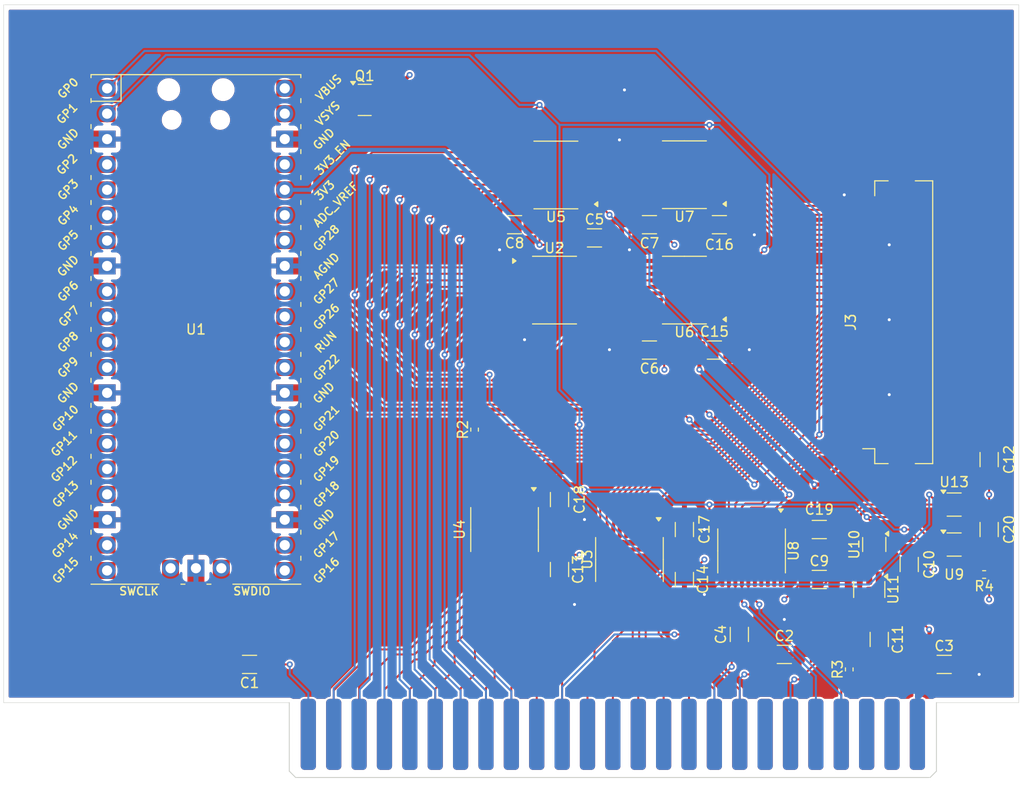
<source format=kicad_pcb>
(kicad_pcb (version 20240108) (generator "pcbnew") (generator_version "8.0")
  (layers (0 "F.Cu" signal) (1 "In1.Cu" signal) (2 "In2.Cu" signal) (31 "B.Cu" signal) (34 "B.Paste" user) (35 "F.Paste" user) (36 "B.SilkS" user "B.Silkscreen") (37 "F.SilkS" user "F.Silkscreen") (38 "B.Mask" user) (39 "F.Mask" user) (44 "Edge.Cuts" user))
  (net 0 "")
  (net 1 "+12V")
  (net 2 "GND")
  (net 3 "-12V")
  (net 4 "+5V")
  (net 5 "-5V")
  (net 6 "+1V8")
  (net 7 "/BUS_D5")
  (net 8 "/BUS_A12")
  (net 9 "/BUS_~{DMA}")
  (net 11 "/BUS_D7")
  (net 12 "/BUS_~{RES}")
  (net 14 "/BUS_A9")
  (net 15 "/BUS_A11")
  (net 16 "/BUS_A10")
  (net 17 "/BUS_D3")
  (net 18 "/BUS_PHI0")
  (net 21 "/BUS_A1")
  (net 22 "/BUS_A15")
  (net 23 "/BUS_A7")
  (net 24 "/BUS_~{NMI}")
  (net 25 "/BUS_A2")
  (net 29 "/BUS_A8")
  (net 30 "/BUS_A0")
  (net 31 "/BUS_A13")
  (net 32 "/BUS_D6")
  (net 33 "/BUS_A5")
  (net 34 "/BUS_D0")
  (net 35 "/BUS_D2")
  (net 36 "/BUS_R~{W}")
  (net 37 "/BUS_D4")
  (net 39 "/BUS_D1")
  (net 43 "/BUS_~{IRQ}")
  (net 44 "/BUS_A6")
  (net 45 "/BUS_A3")
  (net 49 "/BUS_A14")
  (net 50 "/BUS_A4")
  (net 52 "/PHI0")
  (net 53 "/~{IRQ}")
  (net 54 "/TINI_READY")
  (net 55 "/OUT_R~{W}")
  (net 56 "/~{NMI}")
  (net 57 "Net-(Q1-G)")
  (net 58 "Net-(Q1-S)")
  (net 59 "/BOARD_ENABLE")
  (net 73 "/IN_D_LATCH")
  (net 76 "/RES")
  (net 86 "/transceivers/IN_5V_D6")
  (net 87 "/transceivers/IN_5V_D2")
  (net 88 "/transceivers/IN_5V_D3")
  (net 89 "/transceivers/IN_5V_D1")
  (net 90 "/transceivers/IN_5V_D7")
  (net 91 "/transceivers/IN_5V_D5")
  (net 92 "/transceivers/IN_5V_D4")
  (net 93 "/transceivers/IN_5V_D0")
  (net 94 "/transceivers/OUT_V5_D3")
  (net 95 "/transceivers/OUT_V5_D1")
  (net 96 "/transceivers/OUT_V5_D2")
  (net 97 "/transceivers/OUT_V5_D6")
  (net 98 "/transceivers/OUT_V5_D7")
  (net 99 "/transceivers/OUT_V5_D4")
  (net 100 "/transceivers/OUT_V5_D5")
  (net 101 "/transceivers/OUT_V5_D0")
  (net 102 "/transceivers/RES_5V")
  (net 104 "/IN_D7")
  (net 105 "/OUT_D4")
  (net 106 "/OUT_A3")
  (net 107 "/OUT_D1")
  (net 108 "/OUT_A11")
  (net 109 "/IN_D4")
  (net 110 "/OUT_A10")
  (net 111 "/IN_D2")
  (net 112 "/OUT_A9")
  (net 113 "/OUT_A0")
  (net 114 "/IN_D0")
  (net 115 "/OUT_A14")
  (net 116 "/OUT_A4")
  (net 117 "/OUT_A13")
  (net 118 "/OUT_D7")
  (net 119 "/OUT_A5")
  (net 120 "/OUT_A12")
  (net 121 "/OUT_D3")
  (net 122 "/OUT_D5")
  (net 123 "/OUT_D6")
  (net 124 "/IN_D5")
  (net 125 "/OUT_A2")
  (net 126 "/OUT_A15")
  (net 127 "/OUT_A1")
  (net 128 "/IN_D1")
  (net 129 "/OUT_A8")
  (net 130 "/IN_D3")
  (net 131 "/IN_D6")
  (net 132 "/OUT_A7")
  (net 133 "/OUT_D0")
  (net 134 "/OUT_D2")
  (net 135 "/OUT_A6")
  (net 136 "/transceivers/~{RES_ENABLE}")
  (net 167 "+3.3V")
  (net 168 "/transceivers/OUT_D_BOARD_~{ENABLE}")
  (net 169 "/OUT_D_~{PHASE}")
  (net 170 "/transceivers/OUT_D_ENABLE")
  (footprint "Capacitor_SMD:C_1206_3216Metric" (layer "F.Cu") (at 91.975 109.5 180)
    (property "Reference" "C1")
    (property "Value" "100nF")
  )
  (footprint "Package_SO:TSSOP-20_4.4x6.5mm_P0.65mm" (layer "F.Cu") (at 130 99 -90)
    (property "Reference" "U3")
    (property "Value" "TXS0108EPW")
  )
  (footprint "Capacitor_SMD:C_1206_3216Metric" (layer "F.Cu") (at 158 99.5 -90)
    (property "Reference" "C10")
    (property "Value" "100nF")
  )
  (footprint "Resistor_SMD:R_0402_1005Metric" (layer "F.Cu") (at 152 110 90)
    (property "Reference" "R3")
    (property "Value" "10k")
  )
  (footprint "Resistor_SMD:R_0402_1005Metric" (layer "F.Cu") (at 114.5 86 90)
    (property "Reference" "R2")
    (property "Value" "10k")
  )
  (footprint "Capacitor_SMD:C_1206_3216Metric" (layer "F.Cu") (at 126.5 66.8125)
    (property "Reference" "C5")
    (property "Value" "100nF")
  )
  (footprint "Capacitor_SMD:C_1206_3216Metric" (layer "F.Cu") (at 161.5 109.5)
    (property "Reference" "C3")
    (property "Value" "100nF")
  )
  (footprint "Package_SO:TSSOP-20_4.4x6.5mm_P0.65mm" (layer "F.Cu") (at 122.6375 60.5125 180)
    (property "Reference" "U5")
    (property "Value" "74LS573")
  )
  (footprint "Package_TO_SOT_SMD:SOT-23-5" (layer "F.Cu") (at 154 102 -90)
    (property "Reference" "U11")
    (property "Value" "74AUP1G07")
  )
  (footprint "Capacitor_SMD:C_1206_3216Metric" (layer "F.Cu") (at 141 106.5 90)
    (property "Reference" "C4")
    (property "Value" "100nF")
  )
  (footprint "Package_SO:TSSOP-20_4.4x6.5mm_P0.65mm" (layer "F.Cu") (at 135.5 60.4875 180)
    (property "Reference" "U7")
    (property "Value" "TXS0108EPW")
  )
  (footprint "Capacitor_SMD:C_1206_3216Metric" (layer "F.Cu") (at 135.5 101 -90)
    (property "Reference" "C14")
    (property "Value" "100nF")
  )
  (footprint "Capacitor_SMD:C_1206_3216Metric" (layer "F.Cu") (at 132 65.4875 180)
    (property "Reference" "C7")
    (property "Value" "100nF")
  )
  (footprint "Capacitor_SMD:C_1206_3216Metric" (layer "F.Cu") (at 149 96)
    (property "Reference" "C19")
    (property "Value" "100nF")
  )
  (footprint "Capacitor_SMD:C_1206_3216Metric" (layer "F.Cu") (at 149 101)
    (property "Reference" "C9")
    (property "Value" "100nF")
  )
  (footprint "appletini:AppleIIBus_Edge" (layer "F.Cu") (at 128.34 116.5)
    (property "Reference" "J1")
    (property "Value" "Conn_02x25_Counter_Clockwise")
    (fp_line (start -32.385 3.683) (end -32.385 -3.175) (stroke (width 0.1)) (layer "Edge.Cuts"))
    (fp_line (start -31.75 4.318) (end -32.385 3.683) (stroke (width 0.1)) (layer "Edge.Cuts"))
    (fp_line (start 31.75 4.318) (end -31.75 4.318) (stroke (width 0.1)) (layer "Edge.Cuts"))
    (fp_line (start 31.75 4.318) (end 32.385 3.683) (stroke (width 0.1)) (layer "Edge.Cuts"))
    (fp_line (start 32.385 -3.175) (end 32.385 3.683) (stroke (width 0.1)) (layer "Edge.Cuts"))
  )
  (footprint "Resistor_SMD:R_0402_1005Metric" (layer "F.Cu") (at 165.5 100.5 180)
    (property "Reference" "R4")
    (property "Value" "10k")
  )
  (footprint "Capacitor_SMD:C_1206_3216Metric" (layer "F.Cu") (at 123 93 90)
    (property "Reference" "C18")
    (property "Value" "100nF")
  )
  (footprint "Capacitor_SMD:C_1206_3216Metric" (layer "F.Cu") (at 166 89 90)
    (property "Reference" "C12")
    (property "Value" "100nF")
  )
  (footprint "Capacitor_SMD:C_1206_3216Metric" (layer "F.Cu") (at 139 65.4875)
    (property "Reference" "C16")
    (property "Value" "100nF")
  )
  (footprint "Package_SO:TSSOP-20_4.4x6.5mm_P0.65mm" (layer "F.Cu") (at 117.5 96 -90)
    (property "Reference" "U4")
    (property "Value" "TXS0108EPW")
  )
  (footprint "Capacitor_SMD:C_1206_3216Metric" (layer "F.Cu") (at 135.5 96 90)
    (property "Reference" "C17")
    (property "Value" "100nF")
  )
  (footprint "Package_SO:TSSOP-20_4.4x6.5mm_P0.65mm" (layer "F.Cu") (at 142.225 98.1375 -90)
    (property "Reference" "U8")
    (property "Value" "TXS0108EPW")
  )
  (footprint "Capacitor_SMD:C_1206_3216Metric" (layer "F.Cu") (at 138.5 78.0375)
    (property "Reference" "C15")
    (property "Value" "100nF")
  )
  (footprint "Package_TO_SOT_SMD:SOT-353_SC-70-5" (layer "F.Cu") (at 154.5 97.5 -90)
    (property "Reference" "U10")
    (property "Value" "74AUP1G08")
  )
  (footprint "Capacitor_SMD:C_1206_3216Metric" (layer "F.Cu") (at 155 107 -90)
    (property "Reference" "C11")
    (property "Value" "100nF")
  )
  (footprint "Package_TO_SOT_SMD:SOT-23" (layer "F.Cu") (at 103.5 53)
    (property "Reference" "Q1")
    (property "Value" "TP0610T")
  )
  (footprint "Connector_FFC-FPC:Hirose_FH12-50S-0.5SH_1x50-1MP_P0.50mm_Horizontal" (layer "F.Cu") (at 155.85 75.25 90)
    (property "Reference" "J3")
    (property "Value" "Conn_01x50_MountingPin")
  )
  (footprint "Package_TO_SOT_SMD:SOT-353_SC-70-5" (layer "F.Cu") (at 162.5 97.5)
    (property "Reference" "U9")
    (property "Value" "74AUP1G00")
  )
  (footprint "Capacitor_SMD:C_1206_3216Metric" (layer "F.Cu") (at 123 100 -90)
    (property "Reference" "C13")
    (property "Value" "100nF")
  )
  (footprint "Package_SO:TSSOP-20_4.4x6.5mm_P0.65mm" (layer "F.Cu") (at 122.5 72.0375)
    (property "Reference" "U2")
    (property "Value" "74LS573")
  )
  (footprint "Capacitor_SMD:C_1206_3216Metric" (layer "F.Cu") (at 118.5 65.4875 180)
    (property "Reference" "C8")
    (property "Value" "100nF")
  )
  (footprint "appletini:RPi_Pico_SMD_TH" (layer "F.Cu") (at 86.61 75.97)
    (property "Reference" "U1")
    (property "Value" "Pico")
  )
  (footprint "Capacitor_SMD:C_1206_3216Metric" (layer "F.Cu") (at 166 96 -90)
    (property "Reference" "C20")
    (property "Value" "100nF")
  )
  (footprint "Capacitor_SMD:C_1206_3216Metric" (layer "F.Cu") (at 132 78.0375 180)
    (property "Reference" "C6")
    (property "Value" "100nF")
  )
  (footprint "Capacitor_SMD:C_1206_3216Metric" (layer "F.Cu") (at 145.5 108.5)
    (property "Reference" "C2")
    (property "Value" "100nF")
  )
  (footprint "Package_TO_SOT_SMD:SOT-353_SC-70-5" (layer "F.Cu") (at 162.5 93.5)
    (property "Reference" "U13")
    (property "Value" "74AUP1G02")
  )
  (footprint "Package_SO:TSSOP-20_4.4x6.5mm_P0.65mm" (layer "F.Cu") (at 135.5 72.0375 180)
    (property "Reference" "U6")
    (property "Value" "TXS0108EPW")
  )
  (gr_line (start 67.3674 113.325) (end 67.3674 43.475) (stroke (width 0.05)) (layer "Edge.Cuts"))
  (gr_line (start 168.9674 113.325) (end 168.9674 43.475) (stroke (width 0.05)) (layer "Edge.Cuts"))
  (gr_line (start 95.955 113.325) (end 67.3674 113.325) (stroke (width 0.05)) (layer "Edge.Cuts"))
  (gr_line (start 168.9674 43.475) (end 67.3674 43.475) (stroke (width 0.05)) (layer "Edge.Cuts"))
  (gr_line (start 160.725 113.325) (end 168.9674 113.325) (stroke (width 0.05)) (layer "Edge.Cuts"))
  (gr_text "ADC_VREF" (at 100.61 63.47 45) (layer "F.SilkS") (effects (font (size 0.8 0.8))))
  (segment (start 93.45 109.5) (end 96 109.5) (width 0.2) (layer "F.Cu") (net 1))
  (via (at 96 109.5) (size 0.6) (drill 0.3) (layers "F.Cu" "B.Cu") (net 1))
  (segment (start 96 109.5) (end 96 110.5) (width 0.2) (layer "B.Cu") (net 1))
  (segment (start 97.86 112.36) (end 97.86 116.5) (width 0.2) (layer "B.Cu") (net 1))
  (segment (start 96 110.5) (end 97.86 112.36) (width 0.2) (layer "B.Cu") (net 1))
  (segment (start 150.475 101) (end 152.9125 101) (width 0.2) (layer "F.Cu") (net 2))
  (segment (start 145.975 105) (end 145.5 105) (width 0.2) (layer "F.Cu") (net 2))
  (segment (start 131.1125 69.1125) (end 130 68) (width 0.2) (layer "F.Cu") (net 2))
  (segment (start 165 110.5) (end 164 109.5) (width 0.2) (layer "F.Cu") (net 2))
  (segment (start 132.075 57) (end 129 57) (width 0.2) (layer "F.Cu") (net 2))
  (segment (start 137.825 102.475) (end 137.525 102.475) (width 0.2) (layer "F.Cu") (net 2))
  (segment (start 119.6375 76.8625) (end 119.5 77) (width 0.2) (layer "F.Cu") (net 2))
  (segment (start 117 68) (end 117.025 65.4875) (width 0.2) (layer "F.Cu") (net 2))
  (segment (start 150.475 101) (end 149.975 101) (width 0.2) (layer "F.Cu") (net 2))
  (segment (start 149.975 101) (end 145.975 105) (width 0.2) (layer "F.Cu") (net 2))
  (segment (start 132.6375 69.1125) (end 131.1125 69.1125) (width 0.2) (layer "F.Cu") (net 2))
  (segment (start 137.475 102.475) (end 135.5 102.475) (width 0.2) (layer "F.Cu") (net 2))
  (segment (start 141.4875 66.5) (end 142.5 66.5) (width 0.2) (layer "F.Cu") (net 2))
  (segment (start 124.5 103.5) (end 124.525 103.5) (width 0.2) (layer "F.Cu") (net 2))
  (segment (start 128.8125 66.8125) (end 127.975 66.8125) (width 0.2) (layer "F.Cu") (net 2))
  (segment (start 137.525 102.475) (end 137.5 102.5) (width 0.2) (layer "F.Cu") (net 2))
  (segment (start 139.975 78.0375) (end 141.9625 78.0375) (width 0.2) (layer "F.Cu") (net 2))
  (segment (start 152.9125 101) (end 153.05 100.8625) (width 0.2) (layer "F.Cu") (net 2))
  (segment (start 140.475 65.4875) (end 141.4875 66.5) (width 0.2) (layer "F.Cu") (net 2))
  (segment (start 130.525 65.4875) (end 130 66.0125) (width 0.2) (layer "F.Cu") (net 2))
  (segment (start 123 101.475) (end 124.5 102.975) (width 0.2) (layer "F.Cu") (net 2))
  (segment (start 141.9625 78.0375) (end 142 78) (width 0.2) (layer "F.Cu") (net 2))
  (segment (start 139.3 101) (end 137.825 102.475) (width 0.2) (layer "F.Cu") (net 2))
  (segment (start 146.975 106.475) (end 146.975 108.5) (width 0.2) (layer "F.Cu") (net 2))
  (segment (start 145.5 105) (end 146.975 106.475) (width 0.2) (layer "F.Cu") (net 2))
  (segment (start 124.525 103.5) (end 124.525 103.5) (width 0.2) (layer "F.Cu") (net 2))
  (segment (start 130 66.0125) (end 130 68) (width 0.2) (layer "F.Cu") (net 2))
  (segment (start 132.6375 57.5625) (end 132.075 57) (width 0.2) (layer "F.Cu") (net 2))
  (segment (start 124.5 102.975) (end 124.5 103.5) (width 0.2) (layer "F.Cu") (net 2))
  (segment (start 129 57) (end 126.0875 57) (width 0.2) (layer "F.Cu") (net 2))
  (segment (start 130 68) (end 128.8125 66.8125) (width 0.2) (layer "F.Cu") (net 2))
  (segment (start 145.5 105) (end 145.475 105.025) (width 0.2) (layer "F.Cu") (net 2))
  (segment (start 164 109.5) (end 162.975 109.5) (width 0.2) (layer "F.Cu") (net 2))
  (segment (start 119.6375 69.1125) (end 118.1125 69.1125) (width 0.2) (layer "F.Cu") (net 2))
  (segment (start 118.1125 69.1125) (end 117.025 68.025) (width 0.2) (layer "F.Cu") (net 2))
  (segment (start 130.525 78.0375) (end 128.0375 78.0375) (width 0.2) (layer "F.Cu") (net 2))
  (segment (start 119.6375 74.9625) (end 119.6375 76.8625) (width 0.2) (layer "F.Cu") (net 2))
  (segment (start 117.025 68.025) (end 117 68) (width 0.2) (layer "F.Cu") (net 2))
  (segment (start 145.475 105.025) (end 141 105.025) (width 0.2) (layer "F.Cu") (net 2))
  (segment (start 137.5 102.5) (end 137.475 102.475) (width 0.2) (layer "F.Cu") (net 2))
  (segment (start 126.0875 57) (end 125.5 57.5875) (width 0.2) (layer "F.Cu") (net 2))
  (segment (start 128.0375 78.0375) (end 128 78) (width 0.2) (layer "F.Cu") (net 2))
  (via (at 142 78) (size 0.6) (drill 0.3) (layers "F.Cu" "B.Cu") (net 2))
  (via (at 129.5 52) (size 0.6) (drill 0.3) (layers "F.Cu" "B.Cu") (net 2))
  (via (at 117 68) (size 0.6) (drill 0.3) (layers "F.Cu" "B.Cu") (net 2))
  (via (at 125.5 95) (size 0.6) (drill 0.3) (layers "F.Cu" "B.Cu") (net 2))
  (via (at 156 82.5) (size 0.6) (drill 0.3) (layers "F.Cu" "B.Cu") (net 2))
  (via (at 165 110.5) (size 0.6) (drill 0.3) (layers "F.Cu" "B.Cu") (net 2))
  (via (at 119.5 77) (size 0.6) (drill 0.3) (layers "F.Cu" "B.Cu") (net 2))
  (via (at 142.5 66.5) (size 0.6) (drill 0.3) (layers "F.Cu" "B.Cu") (net 2))
  (via (at 130 68) (size 0.6) (drill 0.3) (layers "F.Cu" "B.Cu") (net 2))
  (via (at 156 67.5) (size 0.6) (drill 0.3) (layers "F.Cu" "B.Cu") (net 2))
  (via (at 128 78) (size 0.6) (drill 0.3) (layers "F.Cu" "B.Cu") (net 2))
  (via (at 124.5 103.5) (size 0.6) (drill 0.3) (layers "F.Cu" "B.Cu") (net 2))
  (via (at 156 75) (size 0.6) (drill 0.3) (layers "F.Cu" "B.Cu") (net 2))
  (via (at 137.5 102.5) (size 0.6) (drill 0.3) (layers "F.Cu" "B.Cu") (net 2))
  (via (at 137.5 96) (size 0.6) (drill 0.3) (layers "F.Cu" "B.Cu") (net 2))
  (via (at 129 57) (size 0.6) (drill 0.3) (layers "F.Cu" "B.Cu") (net 2))
  (via (at 145.5 105) (size 0.6) (drill 0.3) (layers "F.Cu" "B.Cu") (net 2))
  (via (at 151.5 62.5) (size 0.6) (drill 0.3) (layers "F.Cu" "B.Cu") (net 2))
  (segment (start 160.764 111) (end 158.82 112.944) (width 0.4) (layer "B.Cu") (net 2))
  (segment (start 164.5 111) (end 160.764 111) (width 0.4) (layer "B.Cu") (net 2))
  (segment (start 165 110.5) (end 164.5 111) (width 0.4) (layer "B.Cu") (net 2))
  (segment (start 158.82 112.944) (end 158.82 116.5) (width 0.4) (layer "B.Cu") (net 2))
  (segment (start 144.025 108.5) (end 142.025 110.5) (width 0.2) (layer "F.Cu") (net 3))
  (segment (start 142.025 110.5) (end 141.5 110.5) (width 0.2) (layer "F.Cu") (net 3))
  (via (at 141.5 110.5) (size 0.6) (drill 0.3) (layers "F.Cu" "B.Cu") (net 3))
  (segment (start 141.04 110.96) (end 141.04 116.5) (width 0.2) (layer "B.Cu") (net 3))
  (segment (start 141.5 110.5) (end 141.04 110.96) (width 0.2) (layer "B.Cu") (net 3))
  (segment (start 125 98.525) (end 123 98.525) (width 0.2) (layer "F.Cu") (net 4))
  (segment (start 144.800001 99.9625) (end 146.4875 99.9625) (width 0.2) (layer "F.Cu") (net 4))
  (segment (start 166 90.475) (end 165.825 90.475) (width 0.2) (layer "F.Cu") (net 4))
  (segment (start 105.5 53) (end 108 50.5) (width 0.4) (layer "F.Cu") (net 4))
  (segment (start 159.975 100) (end 160.5 100) (width 0.2) (layer "F.Cu") (net 4))
  (segment (start 133.475 65.4875) (end 134.05 64.9125) (width 0.2) (layer "F.Cu") (net 4))
  (segment (start 144.5 100.262501) (end 144.800001 99.9625) (width 0.2) (layer "F.Cu") (net 4))
  (segment (start 133.475 66.475) (end 133.475 65.4875) (width 0.2) (layer "F.Cu") (net 4))
  (segment (start 160 106) (end 160.025 106.025) (width 0.4) (layer "F.Cu") (net 4))
  (segment (start 119.775 98.206544) (end 119.775 98.8625) (width 0.2) (layer "F.Cu") (net 4))
  (segment (start 158.82 110.705) (end 158.82 116.5) (width 0.4) (layer "F.Cu") (net 4))
  (segment (start 166 92.5) (end 166 94.525) (width 0.2) (layer "F.Cu") (net 4))
  (segment (start 163.675 96.85) (end 163.45 96.85) (width 0.2) (layer "F.Cu") (net 4))
  (segment (start 132.275 101.206544) (end 132.275 101.8625) (width 0.2) (layer "F.Cu") (net 4))
  (segment (start 160.025 109.5) (end 158.82 110.705) (width 0.4) (layer "F.Cu") (net 4))
  (segment (start 134.05 63.437501) (end 133.374999 62.7625) (width 0.2) (layer "F.Cu") (net 4))
  (segment (start 166 94.525) (end 163.675 96.85) (width 0.2) (layer "F.Cu") (net 4))
  (segment (start 134.5 67.5) (end 133.475 66.475) (width 0.2) (layer "F.Cu") (net 4))
  (segment (start 159.525 105.525) (end 160 106) (width 0.2) (layer "F.Cu") (net 4))
  (segment (start 134.05 64.9125) (end 134.05 63.437501) (width 0.2) (layer "F.Cu") (net 4))
  (segment (start 136.975 99.525) (end 137.5 99) (width 0.2) (layer "F.Cu") (net 4))
  (segment (start 166.01 102.99) (end 166 103) (width 0.2) (layer "F.Cu") (net 4))
  (segment (start 166.01 100.5) (end 166.01 102.99) (width 0.2) (layer "F.Cu") (net 4))
  (segment (start 133.374999 62.7625) (end 132.6375 62.7625) (width 0.2) (layer "F.Cu") (net 4))
  (segment (start 104.4375 53) (end 105.5 53) (width 0.4) (layer "F.Cu") (net 4))
  (segment (start 145.5 103.025) (end 145.525 103) (width 0.2) (layer "F.Cu") (net 4))
  (segment (start 154.95 103.1375) (end 154.95 105.475) (width 0.2) (layer "F.Cu") (net 4))
  (segment (start 165.825 90.475) (end 163.45 92.85) (width 0.2) (layer "F.Cu") (net 4))
  (segment (start 144.5 101) (end 144.5 100.262501) (width 0.2) (layer "F.Cu") (net 4))
  (segment (start 135.5 99.525) (end 136.975 99.525) (width 0.2) (layer "F.Cu") (net 4))
  (segment (start 133.956544 99.525) (end 132.275 101.206544) (width 0.2) (layer "F.Cu") (net 4))
  (segment (start 120.481544 97.5) (end 119.775 98.206544) (width 0.2) (layer "F.Cu") (net 4))
  (segment (start 134.05 77.4625) (end 134.05 74.987501) (width 0.2) (layer "F.Cu") (net 4))
  (segment (start 135.5 99.525) (end 133.956544 99.525) (width 0.2) (layer "F.Cu") (net 4))
  (segment (start 158 98.025) (end 159.975 100) (width 0.2) (layer "F.Cu") (net 4))
  (segment (start 147.525 101) (end 145.525 103) (width 0.2) (layer "F.Cu") (net 4))
  (segment (start 160.025 106.025) (end 160.025 109.5) (width 0.4) (layer "F.Cu") (net 4))
  (segment (start 146.4875 99.9625) (end 147.525 101) (width 0.2) (layer "F.Cu") (net 4))
  (segment (start 123 98.525) (end 121.975 97.5) (width 0.2) (layer "F.Cu") (net 4))
  (segment (start 133.475 78.0375) (end 133.475 79.975) (width 0.2) (layer "F.Cu") (net 4))
  (segment (start 121.975 97.5) (end 120.481544 97.5) (width 0.2) (layer "F.Cu") (net 4))
  (segment (start 134.5 67.5) (end 134.5 67.5) (width 0.2) (layer "F.Cu") (net 4))
  (segment (start 133.374999 74.3125) (end 132.6375 74.3125) (width 0.2) (layer "F.Cu") (net 4))
  (segment (start 166 90.475) (end 166 92.5) (width 0.2) (layer "F.Cu") (net 4))
  (segment (start 154.95 105.475) (end 155 105.525) (width 0.2) (layer "F.Cu") (net 4))
  (segment (start 145.5 103) (end 145.5 103.025) (width 0.2) (layer "F.Cu") (net 4))
  (segment (start 133.475 79.975) (end 133.5 80) (width 0.2) (layer "F.Cu") (net 4))
  (segment (start 133.475 78.0375) (end 134.05 77.4625) (width 0.2) (layer "F.Cu") (net 4))
  (segment (start 158 97.975) (end 155.625 97.975) (width 0.2) (layer "F.Cu") (net 4))
  (segment (start 134.05 74.987501) (end 133.374999 74.3125) (width 0.2) (layer "F.Cu") (net 4))
  (segment (start 145.525 103) (end 145.5 103) (width 0.2) (layer "F.Cu") (net 4))
  (segment (start 155 105.525) (end 159.525 105.525) (width 0.2) (layer "F.Cu") (net 4))
  (segment (start 155.625 97.975) (end 155.15 98.45) (width 0.2) (layer "F.Cu") (net 4))
  (via (at 145.5 103) (size 0.6) (drill 0.3) (layers "F.Cu" "B.Cu") (net 4))
  (via (at 166 103) (size 0.6) (drill 0.3) (layers "F.Cu" "B.Cu") (net 4))
  (via (at 160 106) (size 0.6) (drill 0.3) (layers "F.Cu" "B.Cu") (net 4))
  (via (at 137.5 99) (size 0.6) (drill 0.3) (layers "F.Cu" "B.Cu") (net 4))
  (via (at 160.5 100) (size 0.6) (drill 0.3) (layers "F.Cu" "B.Cu") (net 4))
  (via (at 108 50.5) (size 0.6) (drill 0.3) (layers "F.Cu" "B.Cu") (net 4))
  (via (at 133.5 80) (size 0.6) (drill 0.3) (layers "F.Cu" "B.Cu") (net 4))
  (via (at 134.5 67.5) (size 0.6) (drill 0.3) (layers "F.Cu" "B.Cu") (net 4))
  (via (at 166 92.5) (size 0.6) (drill 0.3) (layers "F.Cu" "B.Cu") (net 4))
  (via (at 125 98.525) (size 0.6) (drill 0.3) (layers "F.Cu" "B.Cu") (net 4))
  (segment (start 140.2375 108.7375) (end 141 107.975) (width 0.2) (layer "F.Cu") (net 5))
  (segment (start 140.2375 109.7375) (end 140.2375 108.7375) (width 0.2) (layer "F.Cu") (net 5))
  (via (at 140.2375 109.7375) (size 0.6) (drill 0.3) (layers "F.Cu" "B.Cu") (net 5))
  (segment (start 140.2375 109.7375) (end 138.5 111.475) (width 0.2) (layer "B.Cu") (net 5))
  (segment (start 138.5 111.475) (end 138.5 116.5) (width 0.2) (layer "B.Cu") (net 5))
  (segment (start 137.625001 62.7625) (end 137.325 63.062501) (width 0.2) (layer "F.Cu") (net 6))
  (segment (start 153.0625 87.55) (end 153.725 87.55) (width 0.4) (layer "F.Cu") (net 6))
  (segment (start 119.775 93.874999) (end 120.375001 94.475) (width 0.2) (layer "F.Cu") (net 6))
  (segment (start 132.275 96.793456) (end 132.275 96.1375) (width 0.2) (layer "F.Cu") (net 6))
  (segment (start 137.325 65.2875) (end 137.525 65.4875) (width 0.2) (layer "F.Cu") (net 6))
  (segment (start 119.775 93.1375) (end 119.775 93.874999) (width 0.2) (layer "F.Cu") (net 6))
  (segment (start 132.956544 97.475) (end 132.275 96.793456) (width 0.2) (layer "F.Cu") (net 6))
  (segment (start 120.375001 94.475) (end 123 94.475) (width 0.2) (layer "F.Cu") (net 6))
  (segment (start 138.3625 74.3125) (end 137.625001 74.3125) (width 0.2) (layer "F.Cu") (net 6))
  (segment (start 137.025 78.0375) (end 137.025 76.0125) (width 0.4) (layer "F.Cu") (net 6))
  (segment (start 137 79.9875) (end 137 78.0625) (width 0.4) (layer "F.Cu") (net 6))
  (segment (start 137.625001 74.3125) (end 136.5 75.437501) (width 0.2) (layer "F.Cu") (net 6))
  (segment (start 149.11875 91.49375) (end 153.0625 87.55) (width 0.4) (layer "F.Cu") (net 6))
  (segment (start 135.5 97.475) (end 144.5 97.475) (width 0.4) (layer "F.Cu") (net 6))
  (segment (start 136.5 66.5125) (end 137.525 65.4875) (width 0.4) (layer "F.Cu") (net 6))
  (segment (start 145 97.475) (end 146.475 96) (width 0.4) (layer "F.Cu") (net 6))
  (segment (start 137.025 76.0125) (end 136.5 75.4875) (width 0.4) (layer "F.Cu") (net 6))
  (segment (start 126.025 98) (end 123 94.975) (width 0.4) (layer "F.Cu") (net 6))
  (segment (start 123 94.975) (end 123 94.475) (width 0.4) (layer "F.Cu") (net 6))
  (segment (start 136.5 75.4875) (end 136.5 66.5125) (width 0.4) (layer "F.Cu") (net 6))
  (segment (start 147.9625 96) (end 147.525 96) (width 0.4) (layer "F.Cu") (net 6))
  (segment (start 148.50625 91.49375) (end 148.50625 95.45625) (width 0.4) (layer "F.Cu") (net 6))
  (segment (start 135.5 97.475) (end 133.5 97.475) (width 0.4) (layer "F.Cu") (net 6))
  (segment (start 136.5 75.437501) (end 136.5 75.4875) (width 0.2) (layer "F.Cu") (net 6))
  (segment (start 133.5 97.475) (end 132.975 98) (width 0.4) (layer "F.Cu") (net 6))
  (segment (start 148.50625 95.45625) (end 147.9625 96) (width 0.4) (layer "F.Cu") (net 6))
  (segment (start 137 78.0625) (end 137.025 78.0375) (width 0.4) (layer "F.Cu") (net 6))
  (segment (start 132.975 98) (end 126.025 98) (width 0.4) (layer "F.Cu") (net 6))
  (segment (start 137.325 63.062501) (end 137.325 65.2875) (width 0.2) (layer "F.Cu") (net 6))
  (segment (start 144.5 97.475) (end 145 97.475) (width 0.4) (layer "F.Cu") (net 6))
  (segment (start 133.5 97.475) (end 132.956544 97.475) (width 0.2) (layer "F.Cu") (net 6))
  (segment (start 148.50625 91.49375) (end 149.11875 91.49375) (width 0.4) (layer "F.Cu") (net 6))
  (segment (start 144.5 95.275) (end 144.5 97.475) (width 0.2) (layer "F.Cu") (net 6))
  (segment (start 138.3625 62.7625) (end 137.625001 62.7625) (width 0.2) (layer "F.Cu") (net 6))
  (segment (start 146.475 96) (end 147.525 96) (width 0.4) (layer "F.Cu") (net 6))
  (via (at 148.50625 91.49375) (size 0.6) (drill 0.3) (layers "F.Cu" "B.Cu") (net 6))
  (via (at 137 79.9875) (size 0.6) (drill 0.3) (layers "F.Cu" "B.Cu") (net 6))
  (segment (start 148.50625 91.49375) (end 146 88.9875) (width 0.4) (layer "B.Cu") (net 6))
  (segment (start 146 88.9875) (end 137 79.9875) (width 0.4) (layer "B.Cu") (net 6))
  (segment (start 110 77.5) (end 114.4875 73.0125) (width 0.2) (layer "F.Cu") (net 7))
  (segment (start 114.4875 73.0125) (end 119.6375 73.0125) (width 0.2) (layer "F.Cu") (net 7))
  (segment (start 113.5125 61.4875) (end 119.775 61.4875) (width 0.2) (layer "F.Cu") (net 7))
  (segment (start 110 65) (end 113.5125 61.4875) (width 0.2) (layer "F.Cu") (net 7))
  (via (at 110 65) (size 0.6) (drill 0.3) (layers "F.Cu" "B.Cu") (net 7))
  (via (at 110 77.5) (size 0.6) (drill 0.3) (layers "F.Cu" "B.Cu") (net 7))
  (segment (start 113.1 112.1) (end 113.1 116.5) (width 0.2) (layer "B.Cu") (net 7))
  (segment (start 110 109) (end 113.1 112.1) (width 0.2) (layer "B.Cu") (net 7))
  (segment (start 110 65) (end 110 109) (width 0.2) (layer "B.Cu") (net 7))
  (segment (start 130.325 101.8625) (end 130.325 109.065) (width 0.2) (layer "F.Cu") (net 8))
  (segment (start 130.88 109.62) (end 130.88 116.5) (width 0.2) (layer "F.Cu") (net 8))
  (segment (start 130.325 109.065) (end 130.88 109.62) (width 0.2) (layer "F.Cu") (net 8))
  (segment (start 151.2 111.31) (end 152 110.51) (width 0.2) (layer "F.Cu") (net 9))
  (segment (start 151.2 116.5) (end 151.2 111.31) (width 0.2) (layer "F.Cu") (net 9))
  (segment (start 113 79.5) (end 118.1875 74.3125) (width 0.2) (layer "F.Cu") (net 11))
  (segment (start 117.2125 62.7875) (end 119.775 62.7875) (width 0.2) (layer "F.Cu") (net 11))
  (segment (start 118.1875 74.3125) (end 119.6375 74.3125) (width 0.2) (layer "F.Cu") (net 11))
  (segment (start 113 67) (end 117.2125 62.7875) (width 0.2) (layer "F.Cu") (net 11))
  (via (at 113 79.5) (size 0.6) (drill 0.3) (layers "F.Cu" "B.Cu") (net 11))
  (via (at 113 67) (size 0.6) (drill 0.3) (layers "F.Cu" "B.Cu") (net 11))
  (segment (start 113 67) (end 113 107) (width 0.2) (layer "B.Cu") (net 11))
  (segment (start 113 107) (end 118.18 112.18) (width 0.2) (layer "B.Cu") (net 11))
  (segment (start 118.18 112.18) (end 118.18 116.5) (width 0.2) (layer "B.Cu") (net 11))
  (segment (start 153.05 103.1375) (end 153.05 104.95) (width 0.2) (layer "F.Cu") (net 12))
  (segment (start 147 111) (end 146.5 111) (width 0.2) (layer "F.Cu") (net 12))
  (segment (start 153.05 104.95) (end 147 111) (width 0.2) (layer "F.Cu") (net 12))
  (via (at 146.5 111) (size 0.6) (drill 0.3) (layers "F.Cu" "B.Cu") (net 12))
  (segment (start 146.12 116.5) (end 146.12 111.38) (width 0.2) (layer "B.Cu") (net 12))
  (segment (start 146.12 111.38) (end 146.5 111) (width 0.2) (layer "B.Cu") (net 12))
  (segment (start 123.26 116.5) (end 123.26 110.24) (width 0.2) (layer "F.Cu") (net 14))
  (segment (start 123.26 110.24) (end 128.375 105.125) (width 0.2) (layer "F.Cu") (net 14))
  (segment (start 128.375 105.125) (end 128.375 101.8625) (width 0.2) (layer "F.Cu") (net 14))
  (segment (start 129.675 105.825) (end 128.34 107.16) (width 0.2) (layer "F.Cu") (net 15))
  (segment (start 128.34 107.16) (end 128.34 116.5) (width 0.2) (layer "F.Cu") (net 15))
  (segment (start 129.675 101.8625) (end 129.675 105.825) (width 0.2) (layer "F.Cu") (net 15))
  (segment (start 125.8 116.5) (end 125.8 111.2) (width 0.2) (layer "F.Cu") (net 16))
  (segment (start 129.025 105.475) (end 129.025 101.8625) (width 0.2) (layer "F.Cu") (net 16))
  (segment (start 126.5 110.5) (end 126.5 108) (width 0.2) (layer "F.Cu") (net 16))
  (segment (start 125.8 111.2) (end 126.5 110.5) (width 0.2) (layer "F.Cu") (net 16))
  (segment (start 126.5 108) (end 129.025 105.475) (width 0.2) (layer "F.Cu") (net 16))
  (segment (start 110.7875 71.7125) (end 119.6375 71.7125) (width 0.2) (layer "F.Cu") (net 17))
  (segment (start 107 63) (end 109.8125 60.1875) (width 0.2) (layer "F.Cu") (net 17))
  (segment (start 109.8125 60.1875) (end 119.775 60.1875) (width 0.2) (layer "F.Cu") (net 17))
  (segment (start 107 75.5) (end 110.7875 71.7125) (width 0.2) (layer "F.Cu") (net 17))
  (via (at 107 75.5) (size 0.6) (drill 0.3) (layers "F.Cu" "B.Cu") (net 17))
  (via (at 107 63) (size 0.6) (drill 0.3) (layers "F.Cu" "B.Cu") (net 17))
  (segment (start 108.02 112.02) (end 108.02 116.5) (width 0.2) (layer "B.Cu") (net 17))
  (segment (start 107 63) (end 107 111) (width 0.2) (layer "B.Cu") (net 17))
  (segment (start 107 111) (end 108.02 112.02) (width 0.2) (layer "B.Cu") (net 17))
  (segment (start 139.95 101.737499) (end 135.187499 106.5) (width 0.2) (layer "F.Cu") (net 18))
  (segment (start 135.187499 106.5) (end 134.5 106.5) (width 0.2) (layer "F.Cu") (net 18))
  (segment (start 139.95 101) (end 139.95 101.737499) (width 0.2) (layer "F.Cu") (net 18))
  (via (at 134.5 106.5) (size 0.6) (drill 0.3) (layers "F.Cu" "B.Cu") (net 18))
  (segment (start 128.5 106.5) (end 123.26 111.74) (width 0.2) (layer "B.Cu") (net 18))
  (segment (start 134.5 106.5) (end 128.5 106.5) (width 0.2) (layer "B.Cu") (net 18))
  (segment (start 123.26 111.74) (end 123.26 116.5) (width 0.2) (layer "B.Cu") (net 18))
  (segment (start 106.192 108.5) (end 102.94 111.752) (width 0.2) (layer "F.Cu") (net 21))
  (segment (start 102.94 111.752) (end 102.94 116.5) (width 0.2) (layer "F.Cu") (net 21))
  (segment (start 115.875 98.8625) (end 115.875 101.125) (width 0.2) (layer "F.Cu") (net 21))
  (segment (start 108.5 108.5) (end 106.192 108.5) (width 0.2) (layer "F.Cu") (net 21))
  (segment (start 115.875 101.125) (end 108.5 108.5) (width 0.2) (layer "F.Cu") (net 21))
  (segment (start 132.925 106.425) (end 138.5 112) (width 0.2) (layer "F.Cu") (net 22))
  (segment (start 132.925 101.8625) (end 132.925 106.425) (width 0.2) (layer "F.Cu") (net 22))
  (segment (start 138.5 112) (end 138.5 116.5) (width 0.2) (layer "F.Cu") (net 22))
  (segment (start 118.5 111.5) (end 118.5 104.5) (width 0.2) (layer "F.Cu") (net 23))
  (segment (start 118.5 104.5) (end 120.425 102.575) (width 0.2) (layer "F.Cu") (net 23))
  (segment (start 118.18 111.82) (end 118.5 111.5) (width 0.2) (layer "F.Cu") (net 23))
  (segment (start 118.18 116.5) (end 118.18 111.82) (width 0.2) (layer "F.Cu") (net 23))
  (segment (start 120.425 102.575) (end 120.425 98.8625) (width 0.2) (layer "F.Cu") (net 23))
  (segment (start 141.9 102.4) (end 141.9 101) (width 0.2) (layer "F.Cu") (net 24))
  (segment (start 143 103.5) (end 141.9 102.4) (width 0.2) (layer "F.Cu") (net 24))
  (via (at 143 103.5) (size 0.6) (drill 0.3) (layers "F.Cu" "B.Cu") (net 24))
  (segment (start 143 104.373529) (end 151.2 112.573529) (width 0.2) (layer "B.Cu") (net 24))
  (segment (start 151.2 112.573529) (end 151.2 116.5) (width 0.2) (layer "B.Cu") (net 24))
  (segment (start 143 103.5) (end 143 104.373529) (width 0.2) (layer "B.Cu") (net 24))
  (segment (start 116.525 98.8625) (end 116.525 101.475) (width 0.2) (layer "F.Cu") (net 25))
  (segment (start 105.48 112.02) (end 105.48 116.5) (width 0.2) (layer "F.Cu") (net 25))
  (segment (start 116.525 101.475) (end 109 109) (width 0.2) (layer "F.Cu") (net 25))
  (segment (start 108.5 109) (end 105.48 112.02) (width 0.2) (layer "F.Cu") (net 25))
  (segment (start 109 109) (end 108.5 109) (width 0.2) (layer "F.Cu") (net 25))
  (segment (start 120.72 111.78) (end 120.72 116.5) (width 0.2) (layer "F.Cu") (net 29))
  (segment (start 127.725 104.775) (end 120.72 111.78) (width 0.2) (layer "F.Cu") (net 29))
  (segment (start 127.725 101.8625) (end 127.725 104.775) (width 0.2) (layer "F.Cu") (net 29))
  (segment (start 100.4 112.1) (end 100.4 116.5) (width 0.2) (layer "F.Cu") (net 30))
  (segment (start 104.5 108) (end 100.4 112.1) (width 0.2) (layer "F.Cu") (net 30))
  (segment (start 115.225 100.775) (end 108 108) (width 0.2) (layer "F.Cu") (net 30))
  (segment (start 108 108) (end 104.5 108) (width 0.2) (layer "F.Cu") (net 30))
  (segment (start 115.225 98.8625) (end 115.225 100.775) (width 0.2) (layer "F.Cu") (net 30))
  (segment (start 130.975 108.555) (end 133.42 111) (width 0.2) (layer "F.Cu") (net 31))
  (segment (start 130.975 101.8625) (end 130.975 108.555) (width 0.2) (layer "F.Cu") (net 31))
  (segment (start 133.42 111) (end 133.42 116.5) (width 0.2) (layer "F.Cu") (net 31))
  (segment (start 111.5 78.5) (end 116.3375 73.6625) (width 0.2) (layer "F.Cu") (net 32))
  (segment (start 115.3625 62.1375) (end 119.775 62.1375) (width 0.2) (layer "F.Cu") (net 32))
  (segment (start 111.5 66) (end 115.3625 62.1375) (width 0.2) (layer "F.Cu") (net 32))
  (segment (start 116.3375 73.6625) (end 119.6375 73.6625) (width 0.2) (layer "F.Cu") (net 32))
  (via (at 111.5 66) (size 0.6) (drill 0.3) (layers "F.Cu" "B.Cu") (net 32))
  (via (at 111.5 78.5) (size 0.6) (drill 0.3) (layers "F.Cu" "B.Cu") (net 32))
  (segment (start 115.64 112.14) (end 115.64 116.5) (width 0.2) (layer "B.Cu") (net 32))
  (segment (start 111.5 66) (end 111.5 108) (width 0.2) (layer "B.Cu") (net 32))
  (segment (start 111.5 108) (end 115.64 112.14) (width 0.2) (layer "B.Cu") (net 32))
  (segment (start 113.1 111.9) (end 113.1 116.5) (width 0.2) (layer "F.Cu") (net 33))
  (segment (start 118.475 102.525) (end 114.532843 106.467157) (width 0.2) (layer "F.Cu") (net 33))
  (segment (start 118.475 98.8625) (end 118.475 102.525) (width 0.2) (layer "F.Cu") (net 33))
  (segment (start 114.532843 106.467157) (end 114.532843 110.467157) (width 0.2) (layer "F.Cu") (net 33))
  (segment (start 114.532843 110.467157) (end 113.1 111.9) (width 0.2) (layer "F.Cu") (net 33))
  (segment (start 102.5 60) (end 104.2625 58.2375) (width 0.2) (layer "F.Cu") (net 34))
  (segment (start 105.2375 69.7625) (end 119.6375 69.7625) (width 0.2) (layer "F.Cu") (net 34))
  (segment (start 104.2625 58.2375) (end 119.775 58.2375) (width 0.2) (layer "F.Cu") (net 34))
  (segment (start 102.5 72.5) (end 105.2375 69.7625) (width 0.2) (layer "F.Cu") (net 34))
  (via (at 102.5 60) (size 0.6) (drill 0.3) (layers "F.Cu" "B.Cu") (net 34))
  (via (at 102.5 72.5) (size 0.6) (drill 0.3) (layers "F.Cu" "B.Cu") (net 34))
  (segment (start 102.5 109.8) (end 100.4 111.9) (width 0.2) (layer "B.Cu") (net 34))
  (segment (start 102.5 60) (end 102.5 109.8) (width 0.2) (layer "B.Cu") (net 34))
  (segment (start 100.4 111.9) (end 100.4 116.5) (width 0.2) (layer "B.Cu") (net 34))
  (segment (start 105.48 62) (end 107.9425 59.5375) (width 0.2) (layer "F.Cu") (net 35))
  (segment (start 105.48 74.5) (end 108.9175 71.0625) (width 0.2) (layer "F.Cu") (net 35))
  (segment (start 108.9175 71.0625) (end 119.6375 71.0625) (width 0.2) (layer "F.Cu") (net 35))
  (segment (start 107.9425 59.5375) (end 119.775 59.5375) (width 0.2) (layer "F.Cu") (net 35))
  (via (at 105.48 62) (size 0.6) (drill 0.3) (layers "F.Cu" "B.Cu") (net 35))
  (via (at 105.48 74.5) (size 0.6) (drill 0.3) (layers "F.Cu" "B.Cu") (net 35))
  (segment (start 105.48 62) (end 105.48 116.5) (width 0.2) (layer "B.Cu") (net 35))
  (segment (start 140.6 101) (end 140.6 102.4) (width 0.2) (layer "F.Cu") (net 36))
  (segment (start 140.6 100.344044) (end 142.969044 97.975) (width 0.2) (layer "F.Cu") (net 36))
  (segment (start 141.04 116.5) (end 141.04 112.944) (width 0.2) (layer "F.Cu") (net 36))
  (segment (start 138.9 109.9) (end 141.04 112.04) (width 0.2) (layer "F.Cu") (net 36))
  (segment (start 153.5 93.5) (end 161.55 93.5) (width 0.2) (layer "F.Cu") (net 36))
  (segment (start 152.5 94.5) (end 153.5 93.5) (width 0.2) (layer "F.Cu") (net 36))
  (segment (start 138.9 104.1) (end 138.9 109.9) (width 0.2) (layer "F.Cu") (net 36))
  (segment (start 141.04 112.04) (end 141.04 116.5) (width 0.2) (layer "F.Cu") (net 36))
  (segment (start 151.025 97.975) (end 152.5 96.5) (width 0.2) (layer "F.Cu") (net 36))
  (segment (start 140.6 101) (end 140.6 100.344044) (width 0.2) (layer "F.Cu") (net 36))
  (segment (start 142.969044 97.975) (end 151.025 97.975) (width 0.2) (layer "F.Cu") (net 36))
  (segment (start 140.6 102.4) (end 138.9 104.1) (width 0.2) (layer "F.Cu") (net 36))
  (segment (start 152.5 96.5) (end 152.5 94.5) (width 0.2) (layer "F.Cu") (net 36))
  (segment (start 112.6375 72.3625) (end 119.6375 72.3625) (width 0.2) (layer "F.Cu") (net 37))
  (segment (start 108.5 76.5) (end 112.6375 72.3625) (width 0.2) (layer "F.Cu") (net 37))
  (segment (start 111.6625 60.8375) (end 119.775 60.8375) (width 0.2) (layer "F.Cu") (net 37))
  (segment (start 108.5 64) (end 111.6625 60.8375) (width 0.2) (layer "F.Cu") (net 37))
  (via (at 108.5 76.5) (size 0.6) (drill 0.3) (layers "F.Cu" "B.Cu") (net 37))
  (via (at 108.5 64) (size 0.6) (drill 0.3) (layers "F.Cu" "B.Cu") (net 37))
  (segment (start 108.5 64) (end 108.5 110) (width 0.2) (layer "B.Cu") (net 37))
  (segment (start 108.5 110) (end 110.56 112.06) (width 0.2) (layer "B.Cu") (net 37))
  (segment (start 110.56 112.06) (end 110.56 116.5) (width 0.2) (layer "B.Cu") (net 37))
  (segment (start 106.1125 58.8875) (end 119.775 58.8875) (width 0.2) (layer "F.Cu") (net 39))
  (segment (start 104 61) (end 106.1125 58.8875) (width 0.2) (layer "F.Cu") (net 39))
  (segment (start 104 73.5) (end 107.1 70.4) (width 0.2) (layer "F.Cu") (net 39))
  (segment (start 119.625 70.4) (end 119.6375 70.4125) (width 0.2) (layer "F.Cu") (net 39))
  (segment (start 107.1 70.4) (end 119.625 70.4) (width 0.2) (layer "F.Cu") (net 39))
  (via (at 104 61) (size 0.6) (drill 0.3) (layers "F.Cu" "B.Cu") (net 39))
  (via (at 104 73.5) (size 0.6) (drill 0.3) (layers "F.Cu" "B.Cu") (net 39))
  (segment (start 103 112) (end 103 116.44) (width 0.2) (layer "B.Cu") (net 39))
  (segment (start 104 111) (end 103 112) (width 0.2) (layer "B.Cu") (net 39))
  (segment (start 103 116.44) (end 102.94 116.5) (width 0.2) (layer "B.Cu") (net 39))
  (segment (start 104 61) (end 104 111) (width 0.2) (layer "B.Cu") (net 39))
  (segment (start 141.25 101) (end 141.25 103.25) (width 0.2) (layer "F.Cu") (net 43))
  (segment (start 141.25 103.25) (end 141.5 103.5) (width 0.2) (layer "F.Cu") (net 43))
  (via (at 141.5 103.5) (size 0.6) (drill 0.3) (layers "F.Cu" "B.Cu") (net 43))
  (segment (start 148.66 110.66) (end 148.66 116.5) (width 0.2) (layer "B.Cu") (net 43))
  (segment (start 141.5 103.5) (end 148.66 110.66) (width 0.2) (layer "B.Cu") (net 43))
  (segment (start 115.64 116.5) (end 115.64 111.86) (width 0.2) (layer "F.Cu") (net 44))
  (segment (start 116.5 111) (end 116.5 105.5) (width 0.2) (layer "F.Cu") (net 44))
  (segment (start 119.125 102.875) (end 119.125 98.8625) (width 0.2) (layer "F.Cu") (net 44))
  (segment (start 116.5 105.5) (end 119.125 102.875) (width 0.2) (layer "F.Cu") (net 44))
  (segment (start 115.64 111.86) (end 116.5 111) (width 0.2) (layer "F.Cu") (net 44))
  (segment (start 117.175 101.825) (end 110.5 108.5) (width 0.2) (layer "F.Cu") (net 45))
  (segment (start 117.175 98.8625) (end 117.175 101.825) (width 0.2) (layer "F.Cu") (net 45))
  (segment (start 108.02 111.98) (end 108.02 116.5) (width 0.2) (layer "F.Cu") (net 45))
  (segment (start 110.5 109.5) (end 108.02 111.98) (width 0.2) (layer "F.Cu") (net 45))
  (segment (start 110.5 108.5) (end 110.5 109.5) (width 0.2) (layer "F.Cu") (net 45))
  (segment (start 131.625 101.8625) (end 131.625 107.625) (width 0.2) (layer "F.Cu") (net 49))
  (segment (start 131.625 107.625) (end 135.96 111.96) (width 0.2) (layer "F.Cu") (net 49))
  (segment (start 135.96 111.96) (end 135.96 116.5) (width 0.2) (layer "F.Cu") (net 49))
  (segment (start 110.56 111.94) (end 110.56 116.5) (width 0.2) (layer "F.Cu") (net 50))
  (segment (start 112.5 107.5) (end 112.5 110) (width 0.2) (layer "F.Cu") (net 50))
  (segment (start 112.5 110) (end 110.56 111.94) (width 0.2) (layer "F.Cu") (net 50))
  (segment (start 117.825 98.8625) (end 117.825 102.175) (width 0.2) (layer "F.Cu") (net 50))
  (segment (start 117.825 102.175) (end 112.5 107.5) (width 0.2) (layer "F.Cu") (net 50))
  (segment (start 139.95 93.05) (end 139.95 95.275) (width 0.2) (layer "F.Cu") (net 52))
  (segment (start 140.4 92.6) (end 139.95 93.05) (width 0.2) (layer "F.Cu") (net 52))
  (segment (start 142.9 92.6) (end 140.4 92.6) (width 0.2) (layer "F.Cu") (net 52))
  (segment (start 149 86.5) (end 142.9 92.6) (width 0.2) (layer "F.Cu") (net 52))
  (segment (start 151 84.5) (end 153.725 84.5) (width 0.2) (layer "F.Cu") (net 52))
  (segment (start 149 86.5) (end 151 84.5) (width 0.2) (layer "F.Cu") (net 52))
  (via (at 149 86.5) (size 0.6) (drill 0.3) (layers "F.Cu" "B.Cu") (net 52))
  (segment (start 132.665686 48.1) (end 81.46 48.1) (width 0.2) (layer "B.Cu") (net 52))
  (segment (start 81.46 48.1) (end 77.72 51.84) (width 0.2) (layer "B.Cu") (net 52))
  (segment (start 149 64.434314) (end 132.665686 48.1) (width 0.2) (layer "B.Cu") (net 52))
  (segment (start 149 86.5) (end 149 64.434314) (width 0.2) (layer "B.Cu") (net 52))
  (segment (start 143.231372 93.4) (end 148.731372 87.9) (width 0.2) (layer "F.Cu") (net 53))
  (segment (start 149.975 87.9) (end 151.875 86) (width 0.2) (layer "F.Cu") (net 53))
  (segment (start 141.25 95.275) (end 141.25 93.75) (width 0.2) (layer "F.Cu") (net 53))
  (segment (start 141.25 93.75) (end 141.6 93.4) (width 0.2) (layer "F.Cu") (net 53))
  (segment (start 141.6 93.4) (end 143.231372 93.4) (width 0.2) (layer "F.Cu") (net 53))
  (segment (start 148.731372 87.9) (end 149.975 87.9) (width 0.2) (layer "F.Cu") (net 53))
  (segment (start 151.875 86) (end 153.725 86) (width 0.2) (layer "F.Cu") (net 53))
  (segment (start 98.78 79.78) (end 95.5 79.78) (width 0.2) (layer "F.Cu") (net 54))
  (segment (start 136 85) (end 135.5 84.5) (width 0.2) (layer "F.Cu") (net 54))
  (segment (start 135.5 84.5) (end 103.5 84.5) (width 0.2) (layer "F.Cu") (net 54))
  (segment (start 142.5 91.5) (end 150 84) (width 0.2) (layer "F.Cu") (net 54))
  (segment (start 150 84) (end 153.725 84) (width 0.2) (layer "F.Cu") (net 54))
  (segment (start 103.5 84.5) (end 98.78 79.78) (width 0.2) (layer "F.Cu") (net 54))
  (via (at 142.5 91.5) (size 0.6) (drill 0.3) (layers "F.Cu" "B.Cu") (net 54))
  (via (at 136 85) (size 0.6) (drill 0.3) (layers "F.Cu" "B.Cu") (net 54))
  (segment (start 142.5 91.5) (end 136 85) (width 0.2) (layer "B.Cu") (net 54))
  (segment (start 140.6 93.4) (end 141 93) (width 0.2) (layer "F.Cu") (net 55))
  (segment (start 143.065686 93) (end 148.565686 87.5) (width 0.2) (layer "F.Cu") (net 55))
  (segment (start 148.565686 87.5) (end 149.809314 87.5) (width 0.2) (layer "F.Cu") (net 55))
  (segment (start 151.809314 85.5) (end 153.725 85.5) (width 0.2) (layer "F.Cu") (net 55))
  (segment (start 141 93) (end 143.065686 93) (width 0.2) (layer "F.Cu") (net 55))
  (segment (start 149.809314 87.5) (end 151.809314 85.5) (width 0.2) (layer "F.Cu") (net 55))
  (segment (start 140.6 95.275) (end 140.6 93.4) (width 0.2) (layer "F.Cu") (net 55))
  (segment (start 150.940686 87.5) (end 151.5 87.5) (width 0.2) (layer "F.Cu") (net 56))
  (segment (start 148.897058 88.3) (end 150.140686 88.3) (width 0.2) (layer "F.Cu") (net 56))
  (segment (start 150.140686 88.3) (end 150.940686 87.5) (width 0.2) (layer "F.Cu") (net 56))
  (segment (start 151.5 87.5) (end 152.5 86.5) (width 0.2) (layer "F.Cu") (net 56))
  (segment (start 142.2 93.8) (end 143.397058 93.8) (width 0.2) (layer "F.Cu") (net 56))
  (segment (start 141.9 94.1) (end 142.2 93.8) (width 0.2) (layer "F.Cu") (net 56))
  (segment (start 141.9 95.275) (end 141.9 94.1) (width 0.2) (layer "F.Cu") (net 56))
  (segment (start 143.397058 93.8) (end 148.897058 88.3) (width 0.2) (layer "F.Cu") (net 56))
  (segment (start 152.5 86.5) (end 153.725 86.5) (width 0.2) (layer "F.Cu") (net 56))
  (segment (start 102.5625 52.05) (end 95.71 52.05) (width 0.4) (layer "F.Cu") (net 57))
  (segment (start 95.71 52.05) (end 95.5 51.84) (width 0.2) (layer "F.Cu") (net 57))
  (segment (start 102.5625 53.95) (end 95.93 53.95) (width 0.4) (layer "F.Cu") (net 58))
  (segment (start 95.93 53.95) (end 95.5 54.38) (width 0.2) (layer "F.Cu") (net 58))
  (segment (start 142.3875 69.1125) (end 138.3625 69.1125) (width 0.2) (layer "F.Cu") (net 59))
  (segment (start 143.5 68) (end 142.3875 69.1125) (width 0.2) (layer "F.Cu") (net 59))
  (segment (start 157.867372 94.75) (end 153.75 94.75) (width 0.2) (layer "F.Cu") (net 59))
  (segment (start 115.51 85.5) (end 114.5 86.51) (width 0.2) (layer "F.Cu") (net 59))
  (segment (start 127.075 93.575) (end 125.5 92) (width 0.2) (layer "F.Cu") (net 59))
  (segment (start 138 93.975) (end 138 93.5) (width 0.2) (layer "F.Cu") (net 59))
  (segment (start 154.5 95.5) (end 154.5 96.55) (width 0.2) (layer "F.Cu") (net 59))
  (segment (start 138.3625 57.5625) (end 138 57.2) (width 0.2) (layer "F.Cu") (net 59))
  (segment (start 114.575 86.585) (end 114.575 93.1375) (width 0.2) (layer "F.Cu") (net 59))
  (segment (start 125.005 85.505) (end 125 85.5) (width 0.2) (layer "F.Cu") (net 59))
  (segment (start 127.075 96.1375) (end 127.075 93.575) (width 0.2) (layer "F.Cu") (net 59))
  (segment (start 138 57.2) (end 138 55.5) (width 0.2) (layer "F.Cu") (net 59))
  (segment (start 125 85.5) (end 115.51 85.5) (width 0.2) (layer "F.Cu") (net 59))
  (segment (start 120 54.5) (end 120 57.3625) (width 0.2) (layer "F.Cu") (net 59))
  (segment (start 114.5 86.51) (end 114.575 86.585) (width 0.2) (layer "F.Cu") (net 59))
  (segment (start 121 53.5) (end 120 54.5) (width 0.2) (layer "F.Cu") (net 59))
  (segment (start 120 57.3625) (end 119.775 57.5875) (width 0.2) (layer "F.Cu") (net 59))
  (segment (start 161.55 97.5) (end 160.617372 97.5) (width 0.2) (layer "F.Cu") (net 59))
  (segment (start 160.617372 97.5) (end 157.867372 94.75) (width 0.2) (layer "F.Cu") (net 59))
  (segment (start 153.75 94.75) (end 154.5 95.5) (width 0.2) (layer "F.Cu") (net 59))
  (segment (start 139.3 95.275) (end 138 93.975) (width 0.2) (layer "F.Cu") (net 59))
  (via (at 143.5 68) (size 0.6) (drill 0.3) (layers "F.Cu" "B.Cu") (net 59))
  (via (at 125.005 85.505) (size 0.6) (drill 0.3) (layers "F.Cu" "B.Cu") (net 59))
  (via (at 138 55.5) (size 0.6) (drill 0.3) (layers "F.Cu" "B.Cu") (net 59))
  (via (at 138 93.5) (size 0.6) (drill 0.3) (layers "F.Cu" "B.Cu") (net 59))
  (via (at 125.5 92) (size 0.6) (drill 0.3) (layers "F.Cu" "B.Cu") (net 59))
  (via (at 121 53.5) (size 0.6) (drill 0.3) (layers "F.Cu" "B.Cu") (net 59))
  (via (at 153.75 94.75) (size 0.6) (drill 0.3) (layers "F.Cu" "B.Cu") (net 59))
  (segment (start 125.005 85.505) (end 125.005 91.505) (width 0.2) (layer "B.Cu") (net 59))
  (segment (start 125.005 91.505) (end 125.5 92) (width 0.2) (layer "B.Cu") (net 59))
  (segment (start 123 55.5) (end 138 55.5) (width 0.2) (layer "B.Cu") (net 59))
  (segment (start 125.005 84.005) (end 123 82) (width 0.2) (layer "B.Cu") (net 59))
  (segment (start 123 82) (end 123 55.5) (width 0.2) (layer "B.Cu") (net 59))
  (segment (start 144 60.5) (end 139 55.5) (width 0.2) (layer "B.Cu") (net 59))
  (segment (start 139 55.5) (end 138 55.5) (width 0.2) (layer "B.Cu") (net 59))
  (segment (start 153.75 94.75) (end 152.5 93.5) (width 0.2) (layer "B.Cu") (net 59))
  (segment (start 134.5 93.5) (end 133 92) (width 0.2) (layer "B.Cu") (net 59))
  (segment (start 144 67.5) (end 144 60.5) (width 0.2) (layer "B.Cu") (net 59))
  (segment (start 152.5 93.5) (end 138 93.5) (width 0.2) (layer "B.Cu") (net 59))
  (segment (start 125.005 85.505) (end 125.005 84.005) (width 0.2) (layer "B.Cu") (net 59))
  (segment (start 119 53.5) (end 121 53.5) (width 0.2) (layer "B.Cu") (net 59))
  (segment (start 138 93.5) (end 134.5 93.5) (width 0.2) (layer "B.Cu") (net 59))
  (segment (start 133 92) (end 125.5 92) (width 0.2) (layer "B.Cu") (net 59))
  (segment (start 143.5 68) (end 144 67.5) (width 0.2) (layer "B.Cu") (net 59))
  (segment (start 121 53.5) (end 123 55.5) (width 0.2) (layer "B.Cu") (net 59))
  (segment (start 77.72 54.38) (end 83.6 48.5) (width 0.2) (layer "B.Cu") (net 59))
  (segment (start 83.6 48.5) (end 114 48.5) (width 0.2) (layer "B.Cu") (net 59))
  (segment (start 114 48.5) (end 119 53.5) (width 0.2) (layer "B.Cu") (net 59))
  (segment (start 95.5 72.16) (end 99.16 72.16) (width 0.2) (layer "F.Cu") (net 73))
  (segment (start 99.16 72.16) (end 108.5 81.5) (width 0.2) (layer "F.Cu") (net 73))
  (segment (start 118.825 81.5) (end 125.3625 74.9625) (width 0.2) (layer "F.Cu") (net 73))
  (segment (start 108.5 81.5) (end 118.825 81.5) (width 0.2) (layer "F.Cu") (net 73))
  (segment (start 105.5 83.5) (end 99.24 77.24) (width 0.2) (layer "F.Cu") (net 76))
  (segment (start 137 83.5) (end 105.5 83.5) (width 0.2) (layer "F.Cu") (net 76))
  (segment (start 142.55 94.619044) (end 142.55 95.275) (width 0.2) (layer "F.Cu") (net 76))
  (segment (start 146 92.5) (end 144.2625 94.2375) (width 0.2) (layer "F.Cu") (net 76))
  (segment (start 144.2625 94.2375) (end 142.931544 94.2375) (width 0.2) (layer "F.Cu") (net 76))
  (segment (start 99.24 77.24) (end 95.5 77.24) (width 0.2) (layer "F.Cu") (net 76))
  (segment (start 138 84.5) (end 137 83.5) (width 0.2) (layer "F.Cu") (net 76))
  (segment (start 142.931544 94.2375) (end 142.55 94.619044) (width 0.2) (layer "F.Cu") (net 76))
  (via (at 146 92.5) (size 0.6) (drill 0.3) (layers "F.Cu" "B.Cu") (net 76))
  (via (at 138 84.5) (size 0.6) (drill 0.3) (layers "F.Cu" "B.Cu") (net 76))
  (segment (start 146 92.5) (end 138 84.5) (width 0.2) (layer "B.Cu") (net 76))
  (segment (start 125.3625 73.6625) (end 132.6375 73.6625) (width 0.2) (layer "F.Cu") (net 86))
  (segment (start 132.6375 71.0625) (end 125.3625 71.0625) (width 0.2) (layer "F.Cu") (net 87))
  (segment (start 125.3625 71.7125) (end 132.6375 71.7125) (width 0.2) (layer "F.Cu") (net 88))
  (segment (start 125.3625 70.4125) (end 132.6375 70.4125) (width 0.2) (layer "F.Cu") (net 89))
  (segment (start 129 74.3125) (end 129.65 74.9625) (width 0.2) (layer "F.Cu") (net 90))
  (segment (start 129.65 74.9625) (end 132.6375 74.9625) (width 0.2) (layer "F.Cu") (net 90))
  (segment (start 125.3625 74.3125) (end 129 74.3125) (width 0.2) (layer "F.Cu") (net 90))
  (segment (start 125.3625 73.0125) (end 132.6375 73.0125) (width 0.2) (layer "F.Cu") (net 91))
  (segment (start 132.6375 72.3625) (end 125.3625 72.3625) (width 0.2) (layer "F.Cu") (net 92))
  (segment (start 132.6375 69.7625) (end 125.3625 69.7625) (width 0.2) (layer "F.Cu") (net 93))
  (segment (start 125.5 60.1875) (end 132.6125 60.1875) (width 0.2) (layer "F.Cu") (net 94))
  (segment (start 132.6125 60.1875) (end 132.6375 60.1625) (width 0.2) (layer "F.Cu") (net 94))
  (segment (start 125.5 58.8875) (end 132.6125 58.8875) (width 0.2) (layer "F.Cu") (net 95))
  (segment (start 132.6125 58.8875) (end 132.6375 58.8625) (width 0.2) (layer "F.Cu") (net 95))
  (segment (start 125.5 59.5375) (end 132.6125 59.5375) (width 0.2) (layer "F.Cu") (net 96))
  (segment (start 132.6125 59.5375) (end 132.6375 59.5125) (width 0.2) (layer "F.Cu") (net 96))
  (segment (start 125.5 62.1375) (end 132.6125 62.1375) (width 0.2) (layer "F.Cu") (net 97))
  (segment (start 132.6125 62.1375) (end 132.6375 62.1125) (width 0.2) (layer "F.Cu") (net 97))
  (segment (start 125.5 62.7875) (end 129.3 62.7875) (width 0.2) (layer "F.Cu") (net 98))
  (segment (start 129.925 63.4125) (end 132.6375 63.4125) (width 0.2) (layer "F.Cu") (net 98))
  (segment (start 129.3 62.7875) (end 129.925 63.4125) (width 0.2) (layer "F.Cu") (net 98))
  (segment (start 132.6125 60.8375) (end 132.6375 60.8125) (width 0.2) (layer "F.Cu") (net 99))
  (segment (start 125.5 60.8375) (end 132.6125 60.8375) (width 0.2) (layer "F.Cu") (net 99))
  (segment (start 132.6125 61.4875) (end 132.6375 61.4625) (width 0.2) (layer "F.Cu") (net 100))
  (segment (start 125.5 61.4875) (end 132.6125 61.4875) (width 0.2) (layer "F.Cu") (net 100))
  (segment (start 132.6125 58.2375) (end 132.6375 58.2125) (width 0.2) (layer "F.Cu") (net 101))
  (segment (start 125.5 58.2375) (end 132.6125 58.2375) (width 0.2) (layer "F.Cu") (net 101))
  (segment (start 155.15 96.55) (end 155.15 96.793456) (width 0.2) (layer "F.Cu") (net 102))
  (segment (start 152.5 97.5) (end 150.5 99.5) (width 0.2) (layer "F.Cu") (net 102))
  (segment (start 155.15 96.793456) (end 154.443456 97.5) (width 0.2) (layer "F.Cu") (net 102))
  (segment (start 143 99.5) (end 142.55 99.95) (width 0.2) (layer "F.Cu") (net 102))
  (segment (start 150.5 99.5) (end 143 99.5) (width 0.2) (layer "F.Cu") (net 102))
  (segment (start 142.55 99.95) (end 142.55 101) (width 0.2) (layer "F.Cu") (net 102))
  (segment (start 154.443456 97.5) (end 152.5 97.5) (width 0.2) (layer "F.Cu") (net 102))
  (segment (start 150.474512 73) (end 153.725 73) (width 0.2) (layer "F.Cu") (net 104))
  (segment (start 138.3625 74.9625) (end 148.512012 74.9625) (width 0.2) (layer "F.Cu") (net 104))
  (segment (start 148.512012 74.9625) (end 150.474512 73) (width 0.2) (layer "F.Cu") (net 104))
  (segment (start 145.697058 66) (end 153.725 66) (width 0.2) (layer "F.Cu") (net 105))
  (segment (start 138.3625 60.8125) (end 140.509558 60.8125) (width 0.2) (layer "F.Cu") (net 105))
  (segment (start 140.509558 60.8125) (end 145.697058 66) (width 0.2) (layer "F.Cu") (net 105))
  (segment (start 117.175 88.825) (end 118.6 87.4) (width 0.2) (layer "F.Cu") (net 106))
  (segment (start 138.337256 87.4) (end 150.237256 75.5) (width 0.2) (layer "F.Cu") (net 106))
  (segment (start 150.237256 75.5) (end 153.725 75.5) (width 0.2) (layer "F.Cu") (net 106))
  (segment (start 117.175 93.1375) (end 117.175 88.825) (width 0.2) (layer "F.Cu") (net 106))
  (segment (start 118.6 87.4) (end 138.337256 87.4) (width 0.2) (layer "F.Cu") (net 106))
  (segment (start 145.394116 64) (end 153.725 64) (width 0.2) (layer "F.Cu") (net 107))
  (segment (start 140.256616 58.8625) (end 145.394116 64) (width 0.2) (layer "F.Cu") (net 107))
  (segment (start 138.3625 58.8625) (end 140.256616 58.8625) (width 0.2) (layer "F.Cu") (net 107))
  (segment (start 129.675 96.1375) (end 129.675 92.693629) (width 0.2) (layer "F.Cu") (net 108))
  (segment (start 131.768629 90.6) (end 139.768631 90.6) (width 0.2) (layer "F.Cu") (net 108))
  (segment (start 149.868629 80.5) (end 153.725 80.5) (width 0.2) (layer "F.Cu") (net 108))
  (segment (start 139.768631 90.6) (end 149.868629 80.5) (width 0.2) (layer "F.Cu") (net 108))
  (segment (start 129.675 92.693629) (end 131.768629 90.6) (width 0.2) (layer "F.Cu") (net 108))
  (segment (start 138.3625 72.3625) (end 149.414954 72.3625) (width 0.2) (layer "F.Cu") (net 109))
  (segment (start 150.777454 71) (end 153.725 71) (width 0.2) (layer "F.Cu") (net 109))
  (segment (start 149.414954 72.3625) (end 150.777454 71) (width 0.2) (layer "F.Cu") (net 109))
  (segment (start 131.602943 90.2) (end 139.602945 90.2) (width 0.2) (layer "F.Cu") (net 110))
  (segment (start 150.302944 79.5) (end 153.725 79.5) (width 0.2) (layer "F.Cu") (net 110))
  (segment (start 129.025 92.777943) (end 131.602943 90.2) (width 0.2) (layer "F.Cu") (net 110))
  (segment (start 129.025 96.1375) (end 129.025 92.777943) (width 0.2) (layer "F.Cu") (net 110))
  (segment (start 139.602945 90.2) (end 150.302944 79.5) (width 0.2) (layer "F.Cu") (net 110))
  (segment (start 149.583582 71.0625) (end 151.146082 69.5) (width 0.2) (layer "F.Cu") (net 111))
  (segment (start 151.146082 69.5) (end 153.725 69.5) (width 0.2) (layer "F.Cu") (net 111))
  (segment (start 138.3625 71.0625) (end 149.583582 71.0625) (width 0.2) (layer "F.Cu") (net 111))
  (segment (start 128.375 92.862257) (end 131.437257 89.8) (width 0.2) (layer "F.Cu") (net 112))
  (segment (start 128.375 96.1375) (end 128.375 92.862257) (width 0.2) (layer "F.Cu") (net 112))
  (segment (start 150.23726 79) (end 153.725 79) (width 0.2) (layer "F.Cu") (net 112))
  (segment (start 139.43726 89.8) (end 150.23726 79) (width 0.2) (layer "F.Cu") (net 112))
  (segment (start 131.437257 89.8) (end 139.43726 89.8) (width 0.2) (layer "F.Cu") (net 112))
  (segment (start 117.395 86.105) (end 125.253529 86.105) (width 0.2) (layer "F.Cu") (net 113))
  (segment (start 137.940198 86.1) (end 150.540198 73.5) (width 0.2) (layer "F.Cu") (net 113))
  (segment (start 125.253529 86.105) (end 125.258529 86.1) (width 0.2) (layer "F.Cu") (net 113))
  (segment (start 150.540198 73.5) (end 153.725 73.5) (width 0.2) (layer "F.Cu") (net 113))
  (segment (start 115.225 88.275) (end 117.395 86.105) (width 0.2) (layer "F.Cu") (net 113))
  (segment (start 125.258529 86.1) (end 137.940198 86.1) (width 0.2) (layer "F.Cu") (net 113))
  (segment (start 115.225 93.1375) (end 115.225 88.275) (width 0.2) (layer "F.Cu") (net 113))
  (segment (start 138.3625 69.7625) (end 149.75221 69.7625) (width 0.2) (layer "F.Cu") (net 114))
  (segment (start 151.01471 68.5) (end 153.725 68.5) (width 0.2) (layer "F.Cu") (net 114))
  (segment (start 149.75221 69.7625) (end 151.01471 68.5) (width 0.2) (layer "F.Cu") (net 114))
  (segment (start 131.625 92.440686) (end 132.265686 91.8) (width 0.2) (layer "F.Cu") (net 115))
  (segment (start 131.625 96.1375) (end 131.625 92.440686) (width 0.2) (layer "F.Cu") (net 115))
  (segment (start 140.265686 91.8) (end 150.065686 82) (width 0.2) (layer "F.Cu") (net 115))
  (segment (start 150.065686 82) (end 153.725 82) (width 0.2) (layer "F.Cu") (net 115))
  (segment (start 132.265686 91.8) (end 140.265686 91.8) (width 0.2) (layer "F.Cu") (net 115))
  (segment (start 138.502942 87.8) (end 150.302942 76) (width 0.2) (layer "F.Cu") (net 116))
  (segment (start 119.2 87.8) (end 138.502942 87.8) (width 0.2) (layer "F.Cu") (net 116))
  (segment (start 117.825 93.1375) (end 117.825 89.175) (width 0.2) (layer "F.Cu") (net 116))
  (segment (start 117.825 89.175) (end 119.2 87.8) (width 0.2) (layer "F.Cu") (net 116))
  (segment (start 150.302942 76) (end 153.725 76) (width 0.2) (layer "F.Cu") (net 116))
  (segment (start 130.975 92.525) (end 132.1 91.4) (width 0.2) (layer "F.Cu") (net 117))
  (segment (start 140.1 91.4) (end 150 81.5) (width 0.2) (layer "F.Cu") (net 117))
  (segment (start 132.1 91.4) (end 140.1 91.4) (width 0.2) (layer "F.Cu") (net 117))
  (segment (start 130.975 96.1375) (end 130.975 92.525) (width 0.2) (layer "F.Cu") (net 117))
  (segment (start 150 81.5) (end 153.725 81.5) (width 0.2) (layer "F.Cu") (net 117))
  (segment (start 146 68) (end 153.725 68) (width 0.2) (layer "F.Cu") (net 118))
  (segment (start 138.3625 63.4125) (end 141.4125 63.4125) (width 0.2) (layer "F.Cu") (net 118))
  (segment (start 141.4125 63.4125) (end 146 68) (width 0.2) (layer "F.Cu") (net 118))
  (segment (start 118.475 93.1375) (end 118.475 89.525) (width 0.2) (layer "F.Cu") (net 119))
  (segment (start 119.8 88.2) (end 138.668628 88.2) (width 0.2) (layer "F.Cu") (net 119))
  (segment (start 138.668628 88.2) (end 150.368628 76.5) (width 0.2) (layer "F.Cu") (net 119))
  (segment (start 118.475 89.525) (end 119.8 88.2) (width 0.2) (layer "F.Cu") (net 119))
  (segment (start 150.368628 76.5) (end 153.725 76.5) (width 0.2) (layer "F.Cu") (net 119))
  (segment (start 131.934314 91) (end 139.934314 91) (width 0.2) (layer "F.Cu") (net 120))
  (segment (start 130.325 92.609314) (end 131.934314 91) (width 0.2) (layer "F.Cu") (net 120))
  (segment (start 149.934314 81) (end 153.725 81) (width 0.2) (layer "F.Cu") (net 120))
  (segment (start 139.934314 91) (end 149.934314 81) (width 0.2) (layer "F.Cu") (net 120))
  (segment (start 130.325 96.1375) (end 130.325 92.609314) (width 0.2) (layer "F.Cu") (net 120))
  (segment (start 140.425244 60.1625) (end 145.762744 65.5) (width 0.2) (layer "F.Cu") (net 121))
  (segment (start 138.3625 60.1625) (end 140.425244 60.1625) (width 0.2) (layer "F.Cu") (net 121))
  (segment (start 145.762744 65.5) (end 153.725 65.5) (width 0.2) (layer "F.Cu") (net 121))
  (segment (start 138.3625 61.4625) (end 140.593872 61.4625) (width 0.2) (layer "F.Cu") (net 122))
  (segment (start 145.631372 66.5) (end 153.725 66.5) (width 0.2) (layer "F.Cu") (net 122))
  (segment (start 140.593872 61.4625) (end 145.631372 66.5) (width 0.2) (layer "F.Cu") (net 122))
  (segment (start 138.3625 62.1125) (end 140.678186 62.1125) (width 0.2) (layer "F.Cu") (net 123))
  (segment (start 145.565686 67) (end 153.725 67) (width 0.2) (layer "F.Cu") (net 123))
  (segment (start 140.678186 62.1125) (end 145.565686 67) (width 0.2) (layer "F.Cu") (net 123))
  (segment (start 150.84314 71.5) (end 153.725 71.5) (width 0.2) (layer "F.Cu") (net 124))
  (segment (start 149.33064 73.0125) (end 150.84314 71.5) (width 0.2) (layer "F.Cu") (net 124))
  (segment (start 138.3625 73.0125) (end 149.33064 73.0125) (width 0.2) (layer "F.Cu") (net 124))
  (segment (start 116.525 93.1375) (end 116.525 88.692157) (width 0.2) (layer "F.Cu") (net 125))
  (segment (start 118.217157 87) (end 138.17157 87) (width 0.2) (layer "F.Cu") (net 125))
  (segment (start 138.17157 87) (end 150.67157 74.5) (width 0.2) (layer "F.Cu") (net 125))
  (segment (start 150.67157 74.5) (end 153.725 74.5) (width 0.2) (layer "F.Cu") (net 125))
  (segment (start 116.525 88.692157) (end 118.217157 87) (width 0.2) (layer "F.Cu") (net 125))
  (segment (start 149.631372 83) (end 153.725 83) (width 0.2) (layer "F.Cu") (net 126))
  (segment (start 133.8 92.2) (end 140.431372 92.2) (width 0.2) (layer "F.Cu") (net 126))
  (segment (start 132.925 96.1375) (end 133 96.0625) (width 0.2) (layer "F.Cu") (net 126))
  (segment (start 133 96.0625) (end 133 93) (width 0.2) (layer "F.Cu") (net 126))
  (segment (start 133 93) (end 133.8 92.2) (width 0.2) (layer "F.Cu") (net 126))
  (segment (start 140.431372 92.2) (end 149.631372 83) (width 0.2) (layer "F.Cu") (net 126))
  (segment (start 138.100884 86.505) (end 150.605884 74) (width 0.2) (layer "F.Cu") (net 127))
  (segment (start 115.875 88.407843) (end 117.777843 86.505) (width 0.2) (layer "F.Cu") (net 127))
  (segment (start 117.777843 86.505) (end 138.100884 86.505) (width 0.2) (layer "F.Cu") (net 127))
  (segment (start 115.875 93.1375) (end 115.875 88.407843) (width 0.2) (layer "F.Cu") (net 127))
  (segment (start 150.605884 74) (end 153.725 74) (width 0.2) (layer "F.Cu") (net 127))
  (segment (start 138.3625 70.4125) (end 149.667896 70.4125) (width 0.2) (layer "F.Cu") (net 128))
  (segment (start 149.667896 70.4125) (end 151.080396 69) (width 0.2) (layer "F.Cu") (net 128))
  (segment (start 151.080396 69) (end 153.725 69) (width 0.2) (layer "F.Cu") (net 128))
  (segment (start 127.725 96.1375) (end 127.725 92.946572) (width 0.2) (layer "F.Cu") (net 129))
  (segment (start 131.271572 89.4) (end 139.271574 89.4) (width 0.2) (layer "F.Cu") (net 129))
  (segment (start 150.171574 78.5) (end 153.725 78.5) (width 0.2) (layer "F.Cu") (net 129))
  (segment (start 127.725 92.946572) (end 131.271572 89.4) (width 0.2) (layer "F.Cu") (net 129))
  (segment (start 139.271574 89.4) (end 150.171574 78.5) (width 0.2) (layer "F.Cu") (net 129))
  (segment (start 138.3625 71.7125) (end 149.499268 71.7125) (width 0.2) (layer "F.Cu") (net 130))
  (segment (start 149.499268 71.7125) (end 150.711768 70.5) (width 0.2) (layer "F.Cu") (net 130))
  (segment (start 150.711768 70.5) (end 153.725 70.5) (width 0.2) (layer "F.Cu") (net 130))
  (segment (start 149.246326 73.6625) (end 150.908826 72) (width 0.2) (layer "F.Cu") (net 131))
  (segment (start 138.3625 73.6625) (end 149.246326 73.6625) (width 0.2) (layer "F.Cu") (net 131))
  (segment (start 150.908826 72) (end 153.725 72) (width 0.2) (layer "F.Cu") (net 131))
  (segment (start 150 78) (end 153.725 78) (width 0.2) (layer "F.Cu") (net 132))
  (segment (start 121.5 89) (end 139 89) (width 0.2) (layer "F.Cu") (net 132))
  (segment (start 120.425 90.075) (end 121.5 89) (width 0.2) (layer "F.Cu") (net 132))
  (segment (start 120.425 93.1375) (end 120.425 90.075) (width 0.2) (layer "F.Cu") (net 132))
  (segment (start 139 89) (end 150 78) (width 0.2) (layer "F.Cu") (net 132))
  (segment (start 152.825 63.6) (end 152.925 63.5) (width 0.2) (layer "F.Cu") (net 133))
  (segment (start 140.172302 58.2125) (end 145.559802 63.6) (width 0.2) (layer "F.Cu") (net 133))
  (segment (start 138.3625 58.2125) (end 140.172302 58.2125) (width 0.2) (layer "F.Cu") (net 133))
  (segment (start 145.559802 63.6) (end 152.825 63.6) (width 0.2) (layer "F.Cu") (net 133))
  (segment (start 152.925 63.5) (end 153.725 63.5) (width 0.2) (layer "F.Cu") (net 133))
  (segment (start 140.34093 59.5125) (end 145.32843 64.5) (width 0.2) (layer "F.Cu") (net 134))
  (segment (start 138.3625 59.5125) (end 140.34093 59.5125) (width 0.2) (layer "F.Cu") (net 134))
  (segment (start 145.32843 64.5) (end 153.725 64.5) (width 0.2) (layer "F.Cu") (net 134))
  (segment (start 119.125 89.875) (end 120.4 88.6) (width 0.2) (layer "F.Cu") (net 135))
  (segment (start 138.834314 88.6) (end 150.434314 77) (width 0.2) (layer "F.Cu") (net 135))
  (segment (start 150.434314 77) (end 153.725 77) (width 0.2) (layer "F.Cu") (net 135))
  (segment (start 119.125 93.1375) (end 119.125 89.875) (width 0.2) (layer "F.Cu") (net 135))
  (segment (start 120.4 88.6) (end 138.834314 88.6) (width 0.2) (layer "F.Cu") (net 135))
  (segment (start 153.85 100.7125) (end 154 100.8625) (width 0.2) (layer "F.Cu") (net 136))
  (segment (start 153.85 98.45) (end 153.85 100.7125) (width 0.2) (layer "F.Cu") (net 136))
  (segment (start 119.974999 63.637499) (end 119.775 63.4375) (width 0.2) (layer "F.Cu") (net 167))
  (segment (start 119.975 65.4875) (end 119.974999 63.637499) (width 0.2) (layer "F.Cu") (net 167))
  (segment (start 121 66.5125) (end 119.975 65.4875) (width 0.2) (layer "F.Cu") (net 167))
  (segment (start 121 67.5) (end 121 66.5125) (width 0.2) (layer "F.Cu") (net 167))
  (segment (start 125.025 68.775) (end 125.3625 69.1125) (width 0.2) (layer "F.Cu") (net 167))
  (segment (start 124.3375 67.5) (end 125.025 66.8125) (width 0.2) (layer "F.Cu") (net 167))
  (segment (start 121 67.5) (end 124.3375 67.5) (width 0.2) (layer "F.Cu") (net 167))
  (segment (start 125.025 66.8125) (end 125.025 68.775) (width 0.2) (layer "F.Cu") (net 167))
  (via (at 121 67.5) (size 0.6) (drill 0.3) (layers "F.Cu" "B.Cu") (net 167))
  (segment (start 102 58) (end 111.5 58) (width 0.4) (layer "B.Cu") (net 167))
  (segment (start 98 62) (end 102 58) (width 0.4) (layer "B.Cu") (net 167))
  (segment (start 111.5 58) (end 121 67.5) (width 0.4) (layer "B.Cu") (net 167))
  (segment (start 95.5 62) (end 98 62) (width 0.4) (layer "B.Cu") (net 167))
  (segment (start 125.5 63.4375) (end 126.9375 63.4375) (width 0.2) (layer "F.Cu") (net 168))
  (segment (start 126.9375 63.4375) (end 128 64.5) (width 0.2) (layer "F.Cu") (net 168))
  (segment (start 160.65 98.65) (end 162.95 98.65) (width 0.2) (layer "F.Cu") (net 168))
  (segment (start 164.99 99.69) (end 164.99 100.5) (width 0.2) (layer "F.Cu") (net 168))
  (segment (start 162.95 98.65) (end 163.45 98.15) (width 0.2) (layer "F.Cu") (net 168))
  (segment (start 157.5 96) (end 158 96) (width 0.2) (layer "F.Cu") (net 168))
  (segment (start 158 96) (end 160.65 98.65) (width 0.2) (layer "F.Cu") (net 168))
  (segment (start 163.45 98.15) (end 164.99 99.69) (width 0.2) (layer "F.Cu") (net 168))
  (via (at 128 64.5) (size 0.6) (drill 0.3) (layers "F.Cu" "B.Cu") (net 168))
  (via (at 157.5 96) (size 0.6) (drill 0.3) (layers "F.Cu" "B.Cu") (net 168))
  (segment (start 156.5 96) (end 132 71.5) (width 0.2) (layer "B.Cu") (net 168))
  (segment (start 157.5 96) (end 156.5 96) (width 0.2) (layer "B.Cu") (net 168))
  (segment (start 132 68.5) (end 128 64.5) (width 0.2) (layer "B.Cu") (net 168))
  (segment (start 132 71.5) (end 132 68.5) (width 0.2) (layer "B.Cu") (net 168))
  (segment (start 96.92 67.08) (end 95.5 67.08) (width 0.2) (layer "F.Cu") (net 169))
  (segment (start 161.55 92.85) (end 160.35 92.85) (width 0.2) (layer "F.Cu") (net 169))
  (segment (start 101 72.5) (end 101 71.16) (width 0.2) (layer "F.Cu") (net 169))
  (segment (start 109 80.5) (end 101 72.5) (width 0.2) (layer "F.Cu") (net 169))
  (segment (start 160.35 92.85) (end 160 92.5) (width 0.2) (layer "F.Cu") (net 169))
  (segment (start 101 71.16) (end 96.92 67.08) (width 0.2) (layer "F.Cu") (net 169))
  (segment (start 116 80.5) (end 109 80.5) (width 0.2) (layer "F.Cu") (net 169))
  (via (at 116 80.5) (size 0.6) (drill 0.3) (layers "F.Cu" "B.Cu") (net 169))
  (via (at 160 92.5) (size 0.6) (drill 0.3) (layers "F.Cu" "B.Cu") (net 169))
  (segment (start 134.151471 101.5) (end 154 101.5) (width 0.2) (layer "B.Cu") (net 169))
  (segment (start 116 80.5) (end 116 83.348529) (width 0.2) (layer "B.Cu") (net 169))
  (segment (start 154 101.5) (end 160 95.5) (width 0.2) (layer "B.Cu") (net 169))
  (segment (start 160 95.5) (end 160 92.5) (width 0.2) (layer "B.Cu") (net 169))
  (segment (start 116 83.348529) (end 134.151471 101.5) (width 0.2) (layer "B.Cu") (net 169))
  (segment (start 161.55 96.85) (end 163.45 94.95) (width 0.2) (layer "F.Cu") (net 170))
  (segment (start 163.45 94.95) (end 163.45 94.15) (width 0.2) (layer "F.Cu") (net 170))
  (zone (net 2) (net_name "GND") (layer "F.Cu") (priority 2) (connect_pads (clearance 0)) (min_thickness 0.25) (fill yes (thermal_gap 0.5) (thermal_bridge_width 0.5))
    (polygon (pts (xy 67 43) (xy 169.5 43) (xy 169.5 114) (xy 67 114)))
  )
  (zone (net 2) (net_name "GND") (layer "B.Cu") (priority 3) (connect_pads (clearance 0)) (min_thickness 0.25) (fill yes (thermal_gap 0.5) (thermal_bridge_width 0.5))
    (polygon (pts (xy 67 43) (xy 169.5 43) (xy 169.5 114) (xy 67 114)))
  )
)
</source>
